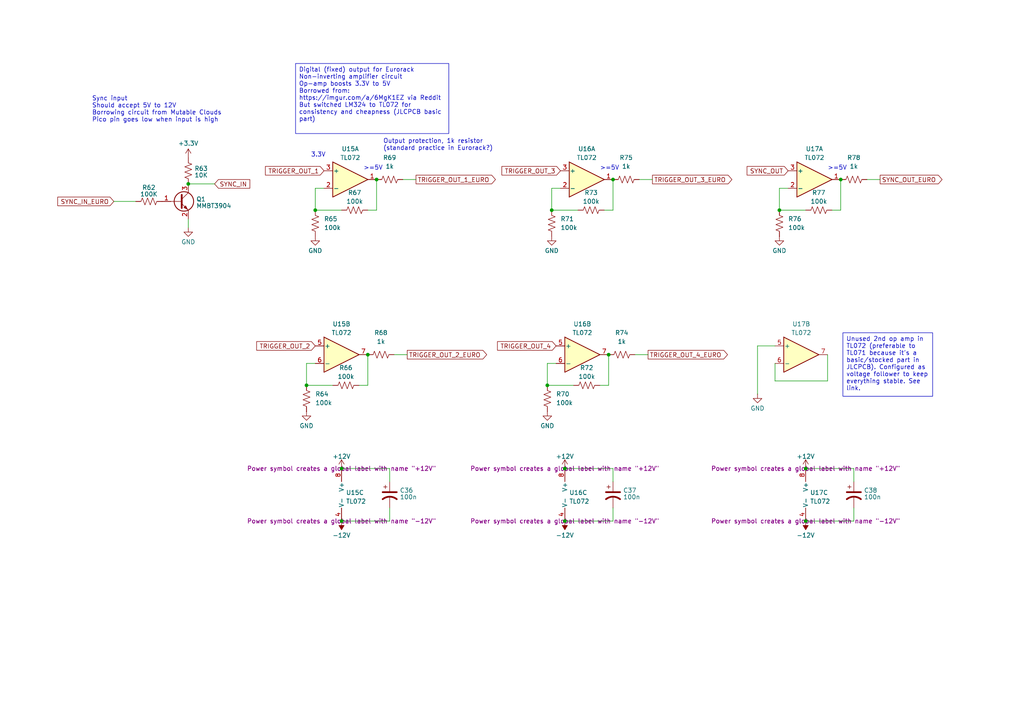
<source format=kicad_sch>
(kicad_sch (version 20250114) (generator "eeschema") (generator_version "9.0")
  (paper "A4")
  (lib_symbols
    (symbol "Amplifier_Operational:TL072" (pin_names (offset 0.127))
      (property "Reference" "U" (at 0 5.08 0))
      (property "Value" "TL072" (at 0 -5.08 0))
      (symbol "TL072_1_1"
        (polyline (pts (xy -5.08 5.08) (xy 5.08 0) (xy -5.08 -5.08) (xy -5.08 5.08)) (stroke (width 0.254)) (fill (type background)))
        (pin input line (at -7.62 2.54 0) (length 2.54) (name "+") (number "3"))
        (pin input line (at -7.62 -2.54 0) (length 2.54) (name "-") (number "2"))
        (pin output line (at 7.62 0 180) (length 2.54) (name "~") (number "1"))
      )
      (symbol "TL072_2_1"
        (polyline (pts (xy -5.08 5.08) (xy 5.08 0) (xy -5.08 -5.08) (xy -5.08 5.08)) (stroke (width 0.254)) (fill (type background)))
        (pin input line (at -7.62 2.54 0) (length 2.54) (name "+") (number "5"))
        (pin input line (at -7.62 -2.54 0) (length 2.54) (name "-") (number "6"))
        (pin output line (at 7.62 0 180) (length 2.54) (name "~") (number "7"))
      )
      (symbol "TL072_3_1"
        (pin power_in line (at -2.54 7.62 270) (length 3.81) (name "V+") (number "8"))
        (pin power_in line (at -2.54 -7.62 90) (length 3.81) (name "V-") (number "4"))
      )
    )
    (symbol "Device:C_Polarized_US" (pin_numbers (hide yes)) (pin_names (offset 0.254) (hide yes))
      (property "Reference" "C" (at 0.635 2.54 0))
      (property "Value" "C_Polarized_US" (at 0.635 -2.54 0))
      (symbol "C_Polarized_US_0_1"
        (polyline (pts (xy -2.032 0.762) (xy 2.032 0.762)) (stroke (width 0.508)))
        (polyline (pts (xy -1.778 2.286) (xy -0.762 2.286)))
        (polyline (pts (xy -1.27 1.778) (xy -1.27 2.794)))
        (arc (start -2.032 -1.27) (mid 0 -0.5572) (end 2.032 -1.27) (stroke (width 0.508)))
      )
      (symbol "C_Polarized_US_1_1"
        (pin passive line (at 0 3.81 270) (length 2.794) (name "~") (number "1"))
        (pin passive line (at 0 -3.81 90) (length 3.302) (name "~") (number "2"))
      )
    )
    (symbol "Device:R_US" (pin_numbers (hide yes)) (pin_names (offset 0))
      (property "Reference" "R" (at 2.54 0 90))
      (property "Value" "R_US" (at -2.54 0 90))
      (symbol "R_US_0_1"
        (polyline (pts (xy 0 2.286) (xy 0 2.54)))
        (polyline (pts (xy 0 2.286) (xy 1.016 1.905) (xy 0 1.524) (xy -1.016 1.143) (xy 0 0.762)))
        (polyline (pts (xy 0 0.762) (xy 1.016 0.381) (xy 0 0) (xy -1.016 -0.381) (xy 0 -0.762)))
        (polyline (pts (xy 0 -0.762) (xy 1.016 -1.143) (xy 0 -1.524) (xy -1.016 -1.905) (xy 0 -2.286)))
        (polyline (pts (xy 0 -2.286) (xy 0 -2.54)))
      )
      (symbol "R_US_1_1"
        (pin passive line (at 0 3.81 270) (length 1.27) (name "~") (number "1"))
        (pin passive line (at 0 -3.81 90) (length 1.27) (name "~") (number "2"))
      )
    )
    (symbol "Transistor_BJT:MMBT3904" (pin_names (offset 0) (hide yes))
      (property "Reference" "Q" (at 5.08 1.905 0))
      (property "Value" "MMBT3904" (at 5.08 0 0))
      (symbol "MMBT3904_0_1"
        (polyline (pts (xy -2.54 0) (xy 0.635 0)))
        (polyline (pts (xy 0.635 1.905) (xy 0.635 -1.905)) (stroke (width 0.508)))
        (circle (center 1.27 0) (radius 2.8194) (stroke (width 0.254)))
      )
      (symbol "MMBT3904_1_1"
        (polyline (pts (xy 0.635 0.635) (xy 2.54 2.54)))
        (polyline (pts (xy 0.635 -0.635) (xy 2.54 -2.54)))
        (polyline (pts (xy 1.27 -1.778) (xy 1.778 -1.27) (xy 2.286 -2.286) (xy 1.27 -1.778)) (fill (type outline)))
        (pin input line (at -5.08 0 0) (length 2.54) (name "B") (number "1"))
        (pin passive line (at 2.54 5.08 270) (length 2.54) (name "C") (number "3"))
        (pin passive line (at 2.54 -5.08 90) (length 2.54) (name "E") (number "2"))
      )
    )
    (symbol "power:+12V" (power) (pin_numbers (hide yes)) (pin_names (offset 0) (hide yes))
      (property "Value" "+12V" (at 0 3.556 0))
      (symbol "+12V_0_1"
        (polyline (pts (xy -0.762 1.27) (xy 0 2.54)))
        (polyline (pts (xy 0 2.54) (xy 0.762 1.27)))
        (polyline (pts (xy 0 0) (xy 0 2.54)))
      )
      (symbol "+12V_1_1"
        (pin power_in line (at 0 0 90) (length 0) (name "~") (number "1"))
      )
    )
    (symbol "power:+3.3V" (power) (pin_numbers (hide yes)) (pin_names (offset 0) (hide yes))
      (property "Value" "+3.3V" (at 0 3.556 0))
      (symbol "+3.3V_0_1"
        (polyline (pts (xy -0.762 1.27) (xy 0 2.54)))
        (polyline (pts (xy 0 2.54) (xy 0.762 1.27)))
        (polyline (pts (xy 0 0) (xy 0 2.54)))
      )
      (symbol "+3.3V_1_1"
        (pin power_in line (at 0 0 90) (length 0) (name "~") (number "1"))
      )
    )
    (symbol "power:-12V" (power) (pin_numbers (hide yes)) (pin_names (offset 0) (hide yes))
      (property "Value" "-12V" (at 0 3.556 0))
      (symbol "-12V_0_0"
        (pin power_in line (at 0 0 90) (length 0) (name "~") (number "1"))
      )
      (symbol "-12V_0_1"
        (polyline (pts (xy 0 0) (xy 0 1.27) (xy 0.762 1.27) (xy 0 2.54) (xy -0.762 1.27) (xy 0 1.27)) (fill (type outline)))
      )
    )
    (symbol "power:GND" (power) (pin_numbers (hide yes)) (pin_names (offset 0) (hide yes))
      (property "Value" "GND" (at 0 -3.81 0))
      (symbol "GND_0_1"
        (polyline (pts (xy 0 0) (xy 0 -1.27) (xy 1.27 -1.27) (xy 0 -2.54) (xy -1.27 -1.27) (xy 0 -1.27)))
      )
      (symbol "GND_1_1"
        (pin power_in line (at 0 0 270) (length 0) (name "~") (number "1"))
      )
    )
  )
  (text "Sync input\nShould accept 5V to 12V\nBorrowing circuit from Mutable Clouds\nPico pin goes low when input is high" (at 26.67 35.56 0) (effects (font (size 1.27 1.27)) (justify left bottom)))
  (text "Output protection, 1k resistor\n(standard practice in Eurorack?)" (at 111.125 43.815 0) (effects (font (size 1.27 1.27)) (justify left bottom)))
  (text ">=5V" (at 173.99 49.53 0) (effects (font (size 1.27 1.27)) (justify left bottom)))
  (text ">=5V" (at 105.41 49.53 0) (effects (font (size 1.27 1.27)) (justify left bottom)))
  (text "3.3V" (at 90.17 45.72 0) (effects (font (size 1.27 1.27)) (justify left bottom)))
  (text ">=5V" (at 240.03 49.53 0) (effects (font (size 1.27 1.27)) (justify left bottom)))
  (text_box "Unused 2nd op amp in TL072 (preferable to TL071 because it's a basic/stocked part in JLCPCB). Configured as voltage follower to keep everything stable. See link." (at 244.475 96.52 0) (size 26.035 18.415) (margins 0.9525 0.9525 0.9525 0.9525) (effects (font (size 1.27 1.27)) (justify left top)))
  (text_box "Digital (fixed) output for Eurorack\nNon-inverting amplifier circuit\nOp-amp boosts 3.3V to 5V\nBorrowed from:\nhttps://imgur.com/a/6MgK1EZ via Reddit\nBut switched LM324 to TL072 for consistency and cheapness (JLCPCB basic part)" (at 85.725 18.415 0) (size 44.45 20.32) (margins 0.9525 0.9525 0.9525 0.9525) (effects (font (size 1.27 1.27)) (justify left top)))
  (junction (at 163.83 135.89))
  (junction (at 233.68 135.89))
  (junction (at 163.83 151.13))
  (junction (at 177.8 52.07))
  (junction (at 91.44 60.96))
  (junction (at 88.9 111.76))
  (junction (at 176.53 102.87))
  (junction (at 99.06 135.89))
  (junction (at 109.22 52.07))
  (junction (at 160.02 60.96))
  (junction (at 99.06 151.13))
  (junction (at 158.75 111.76))
  (junction (at 233.68 151.13))
  (junction (at 54.61 53.34))
  (junction (at 226.06 60.96))
  (junction (at 243.84 52.07))
  (junction (at 106.68 102.87))
  (wire (pts (xy 247.65 135.89) (xy 233.68 135.89)))
  (wire (pts (xy 54.61 53.34) (xy 62.23 53.34)))
  (wire (pts (xy 175.26 60.96) (xy 177.8 60.96)))
  (wire (pts (xy 116.84 52.07) (xy 120.65 52.07)))
  (wire (pts (xy 247.65 147.32) (xy 247.65 151.13)))
  (wire (pts (xy 226.06 60.96) (xy 233.68 60.96)))
  (wire (pts (xy 241.3 60.96) (xy 243.84 60.96)))
  (wire (pts (xy 88.9 105.41) (xy 91.44 105.41)))
  (wire (pts (xy 224.79 105.41) (xy 224.79 110.49)))
  (wire (pts (xy 184.15 102.87) (xy 187.96 102.87)))
  (wire (pts (xy 88.9 105.41) (xy 88.9 111.76)))
  (wire (pts (xy 91.44 54.61) (xy 93.98 54.61)))
  (wire (pts (xy 106.68 60.96) (xy 109.22 60.96)))
  (wire (pts (xy 91.44 54.61) (xy 91.44 60.96)))
  (wire (pts (xy 158.75 105.41) (xy 161.29 105.41)))
  (wire (pts (xy 104.14 111.76) (xy 106.68 111.76)))
  (wire (pts (xy 91.44 60.96) (xy 99.06 60.96)))
  (wire (pts (xy 113.03 151.13) (xy 99.06 151.13)))
  (wire (pts (xy 226.06 54.61) (xy 228.6 54.61)))
  (wire (pts (xy 177.8 139.7) (xy 177.8 135.89)))
  (wire (pts (xy 226.06 54.61) (xy 226.06 60.96)))
  (wire (pts (xy 219.71 100.33) (xy 224.79 100.33)))
  (wire (pts (xy 251.46 52.07) (xy 255.27 52.07)))
  (wire (pts (xy 106.68 111.76) (xy 106.68 102.87)))
  (wire (pts (xy 114.3 102.87) (xy 118.11 102.87)))
  (wire (pts (xy 177.8 151.13) (xy 163.83 151.13)))
  (wire (pts (xy 247.65 151.13) (xy 233.68 151.13)))
  (wire (pts (xy 160.02 54.61) (xy 162.56 54.61)))
  (wire (pts (xy 177.8 135.89) (xy 163.83 135.89)))
  (wire (pts (xy 158.75 105.41) (xy 158.75 111.76)))
  (wire (pts (xy 54.61 66.04) (xy 54.61 63.5)))
  (wire (pts (xy 160.02 60.96) (xy 167.64 60.96)))
  (wire (pts (xy 240.03 110.49) (xy 240.03 102.87)))
  (wire (pts (xy 113.03 139.7) (xy 113.03 135.89)))
  (wire (pts (xy 177.8 60.96) (xy 177.8 52.07)))
  (wire (pts (xy 176.53 111.76) (xy 176.53 102.87)))
  (wire (pts (xy 160.02 54.61) (xy 160.02 60.96)))
  (wire (pts (xy 219.71 114.3) (xy 219.71 100.33)))
  (wire (pts (xy 33.02 58.42) (xy 39.37 58.42)))
  (wire (pts (xy 113.03 147.32) (xy 113.03 151.13)))
  (wire (pts (xy 109.22 60.96) (xy 109.22 52.07)))
  (wire (pts (xy 247.65 139.7) (xy 247.65 135.89)))
  (wire (pts (xy 113.03 135.89) (xy 99.06 135.89)))
  (wire (pts (xy 177.8 147.32) (xy 177.8 151.13)))
  (wire (pts (xy 158.75 111.76) (xy 166.37 111.76)))
  (wire (pts (xy 224.79 110.49) (xy 240.03 110.49)))
  (wire (pts (xy 185.42 52.07) (xy 189.23 52.07)))
  (wire (pts (xy 88.9 111.76) (xy 96.52 111.76)))
  (wire (pts (xy 243.84 60.96) (xy 243.84 52.07)))
  (wire (pts (xy 173.99 111.76) (xy 176.53 111.76)))
  (global_label "TRIGGER_OUT_2" (shape input) (at 91.44 100.33 180) (property "Intersheetrefs" "${INTERSHEET_REFS}" (effects (hide yes))))
  (global_label "SYNC_IN_EURO" (shape input) (at 33.02 58.42 180) (property "Intersheetrefs" "${INTERSHEET_REFS}" (effects (hide yes))))
  (global_label "TRIGGER_OUT_4_EURO" (shape output) (at 187.96 102.87 0) (property "Intersheetrefs" "${INTERSHEET_REFS}" (effects (hide yes))))
  (global_label "TRIGGER_OUT_3" (shape input) (at 162.56 49.53 180) (property "Intersheetrefs" "${INTERSHEET_REFS}" (effects (hide yes))))
  (global_label "SYNC_OUT" (shape input) (at 228.6 49.53 180) (property "Intersheetrefs" "${INTERSHEET_REFS}" (effects (hide yes))))
  (global_label "TRIGGER_OUT_1_EURO" (shape output) (at 120.65 52.07 0) (property "Intersheetrefs" "${INTERSHEET_REFS}" (effects (hide yes))))
  (global_label "TRIGGER_OUT_3_EURO" (shape output) (at 189.23 52.07 0) (property "Intersheetrefs" "${INTERSHEET_REFS}" (effects (hide yes))))
  (global_label "TRIGGER_OUT_2_EURO" (shape output) (at 118.11 102.87 0) (property "Intersheetrefs" "${INTERSHEET_REFS}" (effects (hide yes))))
  (global_label "SYNC_OUT_EURO" (shape output) (at 255.27 52.07 0) (property "Intersheetrefs" "${INTERSHEET_REFS}" (effects (hide yes))))
  (global_label "SYNC_IN" (shape input) (at 62.23 53.34 0) (property "Intersheetrefs" "${INTERSHEET_REFS}" (effects (hide yes))))
  (global_label "TRIGGER_OUT_1" (shape input) (at 93.98 49.53 180) (property "Intersheetrefs" "${INTERSHEET_REFS}" (effects (hide yes))))
  (global_label "TRIGGER_OUT_4" (shape input) (at 161.29 100.33 180) (property "Intersheetrefs" "${INTERSHEET_REFS}" (effects (hide yes))))
  (symbol (lib_id "power:+12V") (at 163.83 135.89 0) (unit 1)
    (property "Reference" "#PWR091" (effects (hide yes)))
    (property "Value" "+12V" (at 163.83 132.3881 0))
    (property "Description" "Power symbol creates a global label with name \"+12V\"" (at 163.83 135.89 0))
  )
  (symbol (lib_id "power:-12V") (at 163.83 151.13 180) (unit 1)
    (property "Reference" "#PWR092" (effects (hide yes)))
    (property "Value" "-12V" (at 163.83 155.2655 0))
    (property "Description" "Power symbol creates a global label with name \"-12V\"" (at 163.83 151.13 0))
  )
  (symbol (lib_id "power:GND") (at 91.44 68.58 0) (unit 1)
    (property "Reference" "#PWR086" (effects (hide yes)))
    (property "Value" "GND" (at 91.44 72.7131 0))
    (property "Description" "Power symbol creates a global label with name \"GND\" , ground" (effects (hide yes)))
  )
  (symbol (lib_id "Device:R_US") (at 110.49 102.87 90) (unit 1)
    (property "Reference" "R68" (at 110.49 96.52 90))
    (property "Value" "1k" (at 110.49 99.06 90))
    (property "Footprint" "Resistor_SMD:R_0603_1608Metric" (effects (hide yes)))
  )
  (symbol (lib_id "Amplifier_Operational:TL072") (at 99.06 102.87 0) (unit 2)
    (property "Reference" "U15" (at 99.06 93.98 0))
    (property "Value" "TL072" (at 99.06 96.52 0))
    (property "Footprint" "Package_SO:SOIC-8_3.9x4.9mm_P1.27mm" (effects (hide yes)))
    (property "Datasheet" "http://www.ti.com/lit/ds/symlink/tl071.pdf" (effects (hide yes)))
  )
  (symbol (lib_id "Device:R_US") (at 226.06 64.77 0) (unit 1)
    (property "Reference" "R76" (at 228.6 63.4999 0) (effects (justify left)))
    (property "Value" "100k" (at 228.6 66.0399 0) (effects (justify left)))
    (property "Footprint" "Resistor_SMD:R_0603_1608Metric" (effects (hide yes)))
  )
  (symbol (lib_id "Device:R_US") (at 113.03 52.07 90) (unit 1)
    (property "Reference" "R69" (at 113.03 45.72 90))
    (property "Value" "1k" (at 113.03 48.26 90))
    (property "Footprint" "Resistor_SMD:R_0603_1608Metric" (effects (hide yes)))
  )
  (symbol (lib_id "Device:R_US") (at 43.18 58.42 90) (unit 1)
    (property "Reference" "R62" (at 43.18 54.3941 90))
    (property "Value" "100K" (at 43.18 56.3151 90))
    (property "Footprint" "Resistor_SMD:R_0603_1608Metric" (effects (hide yes)))
  )
  (symbol (lib_id "power:+3.3V") (at 54.61 45.72 0) (unit 1)
    (property "Reference" "#PWR083" (effects (hide yes)))
    (property "Value" "+3.3V" (at 54.61 41.5869 0))
    (property "Description" "Power symbol creates a global label with name \"+3.3V\"" (effects (hide yes)))
  )
  (symbol (lib_id "Device:R_US") (at 100.33 111.76 270) (unit 1)
    (property "Reference" "R66" (at 100.33 106.68 90))
    (property "Value" "100k" (at 100.33 109.22 90))
    (property "Footprint" "Resistor_SMD:R_0603_1608Metric" (effects (hide yes)))
  )
  (symbol (lib_id "power:-12V") (at 99.06 151.13 180) (unit 1)
    (property "Reference" "#PWR088" (effects (hide yes)))
    (property "Value" "-12V" (at 99.06 155.2655 0))
    (property "Description" "Power symbol creates a global label with name \"-12V\"" (at 99.06 151.13 0))
  )
  (symbol (lib_id "Device:R_US") (at 180.34 102.87 90) (unit 1)
    (property "Reference" "R74" (at 180.34 96.52 90))
    (property "Value" "1k" (at 180.34 99.06 90))
    (property "Footprint" "Resistor_SMD:R_0603_1608Metric" (effects (hide yes)))
  )
  (symbol (lib_id "power:-12V") (at 233.68 151.13 180) (unit 1)
    (property "Reference" "#PWR096" (effects (hide yes)))
    (property "Value" "-12V" (at 233.68 155.2655 0))
    (property "Description" "Power symbol creates a global label with name \"-12V\"" (at 233.68 151.13 0))
  )
  (symbol (lib_id "power:+12V") (at 233.68 135.89 0) (unit 1)
    (property "Reference" "#PWR095" (effects (hide yes)))
    (property "Value" "+12V" (at 233.68 132.3881 0))
    (property "Description" "Power symbol creates a global label with name \"+12V\"" (at 233.68 135.89 0))
  )
  (symbol (lib_id "power:GND") (at 226.06 68.58 0) (unit 1)
    (property "Reference" "#PWR094" (effects (hide yes)))
    (property "Value" "GND" (at 226.06 72.7131 0))
    (property "Description" "Power symbol creates a global label with name \"GND\" , ground" (effects (hide yes)))
  )
  (symbol (lib_id "Amplifier_Operational:TL072") (at 101.6 143.51 0) (unit 3)
    (property "Reference" "U15" (at 100.33 142.875 0) (effects (justify left)))
    (property "Value" "TL072" (at 100.33 145.415 0) (effects (justify left)))
    (property "Footprint" "Package_SO:SOIC-8_3.9x4.9mm_P1.27mm" (effects (hide yes)))
    (property "Datasheet" "http://www.ti.com/lit/ds/symlink/tl071.pdf" (effects (hide yes)))
  )
  (symbol (lib_id "Device:R_US") (at 237.49 60.96 270) (unit 1)
    (property "Reference" "R77" (at 237.49 55.88 90))
    (property "Value" "100k" (at 237.49 58.42 90))
    (property "Footprint" "Resistor_SMD:R_0603_1608Metric" (effects (hide yes)))
  )
  (symbol (lib_id "Device:C_Polarized_US") (at 247.65 143.51 0) (unit 1)
    (property "Reference" "C38" (at 250.571 142.2313 0) (effects (justify left)))
    (property "Value" "100n" (at 250.571 144.1523 0) (effects (justify left)))
    (property "Footprint" "Capacitor_SMD:C_0603_1608Metric" (effects (hide yes)))
  )
  (symbol (lib_id "Amplifier_Operational:TL072") (at 166.37 143.51 0) (unit 3)
    (property "Reference" "U16" (at 165.1 142.875 0) (effects (justify left)))
    (property "Value" "TL072" (at 165.1 145.415 0) (effects (justify left)))
    (property "Footprint" "Package_SO:SOIC-8_3.9x4.9mm_P1.27mm" (effects (hide yes)))
    (property "Datasheet" "http://www.ti.com/lit/ds/symlink/tl071.pdf" (effects (hide yes)))
  )
  (symbol (lib_id "Amplifier_Operational:TL072") (at 168.91 102.87 0) (unit 2)
    (property "Reference" "U16" (at 168.91 93.98 0))
    (property "Value" "TL072" (at 168.91 96.52 0))
    (property "Footprint" "Package_SO:SOIC-8_3.9x4.9mm_P1.27mm" (effects (hide yes)))
    (property "Datasheet" "http://www.ti.com/lit/ds/symlink/tl071.pdf" (effects (hide yes)))
  )
  (symbol (lib_id "Device:R_US") (at 91.44 64.77 0) (unit 1)
    (property "Reference" "R65" (at 93.98 63.4999 0) (effects (justify left)))
    (property "Value" "100k" (at 93.98 66.0399 0) (effects (justify left)))
    (property "Footprint" "Resistor_SMD:R_0603_1608Metric" (effects (hide yes)))
  )
  (symbol (lib_id "Device:R_US") (at 160.02 64.77 0) (unit 1)
    (property "Reference" "R71" (at 162.56 63.4999 0) (effects (justify left)))
    (property "Value" "100k" (at 162.56 66.0399 0) (effects (justify left)))
    (property "Footprint" "Resistor_SMD:R_0603_1608Metric" (effects (hide yes)))
  )
  (symbol (lib_id "power:GND") (at 54.61 66.04 0) (unit 1)
    (property "Reference" "#PWR084" (effects (hide yes)))
    (property "Value" "GND" (at 54.61 70.1731 0))
    (property "Description" "Power symbol creates a global label with name \"GND\" , ground" (effects (hide yes)))
  )
  (symbol (lib_id "Amplifier_Operational:TL072") (at 236.22 52.07 0) (unit 1)
    (property "Reference" "U17" (at 236.22 43.18 0))
    (property "Value" "TL072" (at 236.22 45.72 0))
    (property "Footprint" "Package_SO:SOIC-8_3.9x4.9mm_P1.27mm" (effects (hide yes)))
    (property "Datasheet" "http://www.ti.com/lit/ds/symlink/tl071.pdf" (effects (hide yes)))
  )
  (symbol (lib_id "power:+12V") (at 99.06 135.89 0) (unit 1)
    (property "Reference" "#PWR087" (effects (hide yes)))
    (property "Value" "+12V" (at 99.06 132.3881 0))
    (property "Description" "Power symbol creates a global label with name \"+12V\"" (at 99.06 135.89 0))
  )
  (symbol (lib_id "Device:R_US") (at 158.75 115.57 0) (unit 1)
    (property "Reference" "R70" (at 161.29 114.2999 0) (effects (justify left)))
    (property "Value" "100k" (at 161.29 116.8399 0) (effects (justify left)))
    (property "Footprint" "Resistor_SMD:R_0603_1608Metric" (effects (hide yes)))
  )
  (symbol (lib_id "Device:R_US") (at 54.61 49.53 0) (unit 1)
    (property "Reference" "R63" (at 56.388 48.8863 0) (effects (justify left)))
    (property "Value" "10K" (at 56.388 50.8073 0) (effects (justify left)))
    (property "Footprint" "Resistor_SMD:R_0603_1608Metric" (effects (hide yes)))
  )
  (symbol (lib_id "Amplifier_Operational:TL072") (at 170.18 52.07 0) (unit 1)
    (property "Reference" "U16" (at 170.18 43.18 0))
    (property "Value" "TL072" (at 170.18 45.72 0))
    (property "Footprint" "Package_SO:SOIC-8_3.9x4.9mm_P1.27mm" (effects (hide yes)))
    (property "Datasheet" "http://www.ti.com/lit/ds/symlink/tl071.pdf" (effects (hide yes)))
  )
  (symbol (lib_id "Device:C_Polarized_US") (at 113.03 143.51 0) (unit 1)
    (property "Reference" "C36" (at 115.951 142.2313 0) (effects (justify left)))
    (property "Value" "100n" (at 115.951 144.1523 0) (effects (justify left)))
    (property "Footprint" "Capacitor_SMD:C_0603_1608Metric" (effects (hide yes)))
  )
  (symbol (lib_id "Device:C_Polarized_US") (at 177.8 143.51 0) (unit 1)
    (property "Reference" "C37" (at 180.721 142.2313 0) (effects (justify left)))
    (property "Value" "100n" (at 180.721 144.1523 0) (effects (justify left)))
    (property "Footprint" "Capacitor_SMD:C_0603_1608Metric" (effects (hide yes)))
  )
  (symbol (lib_id "Transistor_BJT:MMBT3904") (at 52.07 58.42 0) (unit 1)
    (property "Reference" "Q1" (at 56.9214 57.7763 0) (effects (justify left)))
    (property "Value" "MMBT3904" (at 56.9214 59.6973 0) (effects (justify left)))
    (property "Footprint" "Package_TO_SOT_SMD:SOT-23" (effects (hide yes)))
    (property "Datasheet" "https://www.onsemi.com/pdf/datasheet/pzt3904-d.pdf" (effects (hide yes)))
    (property "Description" "0.2A Ic, 40V Vce, Small Signal NPN Transistor, SOT-23" (effects (hide yes)))
  )
  (symbol (lib_id "Device:R_US") (at 181.61 52.07 90) (unit 1)
    (property "Reference" "R75" (at 181.61 45.72 90))
    (property "Value" "1k" (at 181.61 48.26 90))
    (property "Footprint" "Resistor_SMD:R_0603_1608Metric" (effects (hide yes)))
  )
  (symbol (lib_id "Amplifier_Operational:TL072") (at 236.22 143.51 0) (unit 3)
    (property "Reference" "U17" (at 234.95 142.875 0) (effects (justify left)))
    (property "Value" "TL072" (at 234.95 145.415 0) (effects (justify left)))
    (property "Footprint" "Package_SO:SOIC-8_3.9x4.9mm_P1.27mm" (effects (hide yes)))
    (property "Datasheet" "http://www.ti.com/lit/ds/symlink/tl071.pdf" (effects (hide yes)))
  )
  (symbol (lib_id "power:GND") (at 158.75 119.38 0) (unit 1)
    (property "Reference" "#PWR089" (effects (hide yes)))
    (property "Value" "GND" (at 158.75 123.5131 0))
    (property "Description" "Power symbol creates a global label with name \"GND\" , ground" (effects (hide yes)))
  )
  (symbol (lib_id "Device:R_US") (at 102.87 60.96 270) (unit 1)
    (property "Reference" "R67" (at 102.87 55.88 90))
    (property "Value" "100k" (at 102.87 58.42 90))
    (property "Footprint" "Resistor_SMD:R_0603_1608Metric" (effects (hide yes)))
  )
  (symbol (lib_id "power:GND") (at 88.9 119.38 0) (unit 1)
    (property "Reference" "#PWR085" (effects (hide yes)))
    (property "Value" "GND" (at 88.9 123.5131 0))
    (property "Description" "Power symbol creates a global label with name \"GND\" , ground" (effects (hide yes)))
  )
  (symbol (lib_id "Device:R_US") (at 247.65 52.07 90) (unit 1)
    (property "Reference" "R78" (at 247.65 45.72 90))
    (property "Value" "1k" (at 247.65 48.26 90))
    (property "Footprint" "Resistor_SMD:R_0603_1608Metric" (effects (hide yes)))
  )
  (symbol (lib_id "Amplifier_Operational:TL072") (at 232.41 102.87 0) (unit 2)
    (property "Reference" "U17" (at 232.41 93.98 0))
    (property "Value" "TL072" (at 232.41 96.52 0))
    (property "Footprint" "Package_SO:SOIC-8_3.9x4.9mm_P1.27mm" (effects (hide yes)))
    (property "Datasheet" "http://www.ti.com/lit/ds/symlink/tl071.pdf" (effects (hide yes)))
  )
  (symbol (lib_id "power:GND") (at 219.71 114.3 0) (unit 1)
    (property "Reference" "#PWR093" (effects (hide yes)))
    (property "Value" "GND" (at 219.71 118.4331 0))
    (property "Description" "Power symbol creates a global label with name \"GND\" , ground" (effects (hide yes)))
  )
  (symbol (lib_id "Amplifier_Operational:TL072") (at 101.6 52.07 0) (unit 1)
    (property "Reference" "U15" (at 101.6 43.18 0))
    (property "Value" "TL072" (at 101.6 45.72 0))
    (property "Footprint" "Package_SO:SOIC-8_3.9x4.9mm_P1.27mm" (effects (hide yes)))
    (property "Datasheet" "http://www.ti.com/lit/ds/symlink/tl071.pdf" (effects (hide yes)))
  )
  (symbol (lib_id "Device:R_US") (at 170.18 111.76 270) (unit 1)
    (property "Reference" "R72" (at 170.18 106.68 90))
    (property "Value" "100k" (at 170.18 109.22 90))
    (property "Footprint" "Resistor_SMD:R_0603_1608Metric" (effects (hide yes)))
  )
  (symbol (lib_id "Device:R_US") (at 171.45 60.96 270) (unit 1)
    (property "Reference" "R73" (at 171.45 55.88 90))
    (property "Value" "100k" (at 171.45 58.42 90))
    (property "Footprint" "Resistor_SMD:R_0603_1608Metric" (effects (hide yes)))
  )
  (symbol (lib_id "Device:R_US") (at 88.9 115.57 0) (unit 1)
    (property "Reference" "R64" (at 91.44 114.2999 0) (effects (justify left)))
    (property "Value" "100k" (at 91.44 116.8399 0) (effects (justify left)))
    (property "Footprint" "Resistor_SMD:R_0603_1608Metric" (effects (hide yes)))
  )
  (symbol (lib_id "power:GND") (at 160.02 68.58 0) (unit 1)
    (property "Reference" "#PWR090" (effects (hide yes)))
    (property "Value" "GND" (at 160.02 72.7131 0))
    (property "Description" "Power symbol creates a global label with name \"GND\" , ground" (effects (hide yes)))
  )
)
</source>
